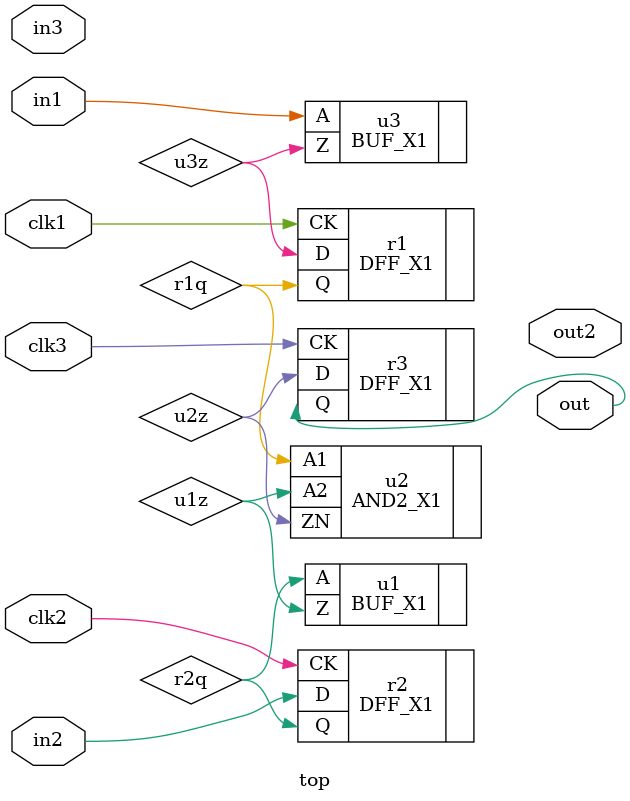
<source format=v>
module top (in1, in2, in3, clk1, clk2, clk3, out, out2);
  input in1, in2, in3, clk1, clk2, clk3;
  output out, out2;
  wire r1q, r2q, u1z, u2z, u3z;

  BUF_X1 u3 (.A(in1), .Z(u3z));

  DFF_X1 r1 (.D(u3z), .CK(clk1), .Q(r1q));
  DFF_X1 r2 (.D(in2), .CK(clk2), .Q(r2q));
  BUF_X1 u1 (.A(r2q), .Z(u1z));
  AND2_X1 u2 (.A1(r1q), .A2(u1z), .ZN(u2z));
  DFF_X1 r3 (.D(u2z), .CK(clk3), .Q(out));
endmodule // top

</source>
